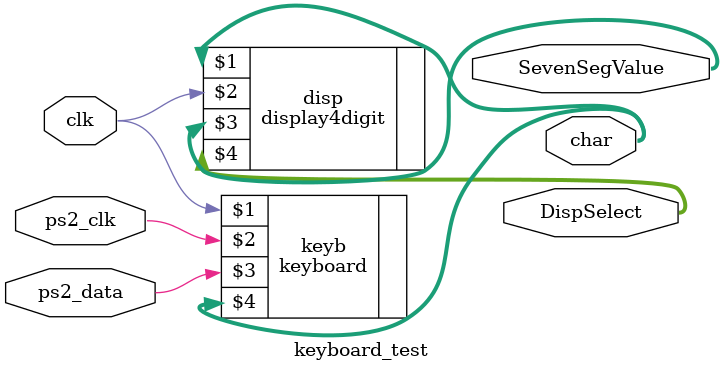
<source format=v>
`timescale 1ns / 1ps


module keyboard_test(
	input clk,
	input ps2_data,
	input ps2_clk,
	output [15:0] char,
	output [7:0] SevenSegValue,
   output [3:0] DispSelect
   );
 
	keyboard keyb(clk, ps2_clk, ps2_data, char);
   
	display4digit disp(char, clk, SevenSegValue, DispSelect);

endmodule

</source>
